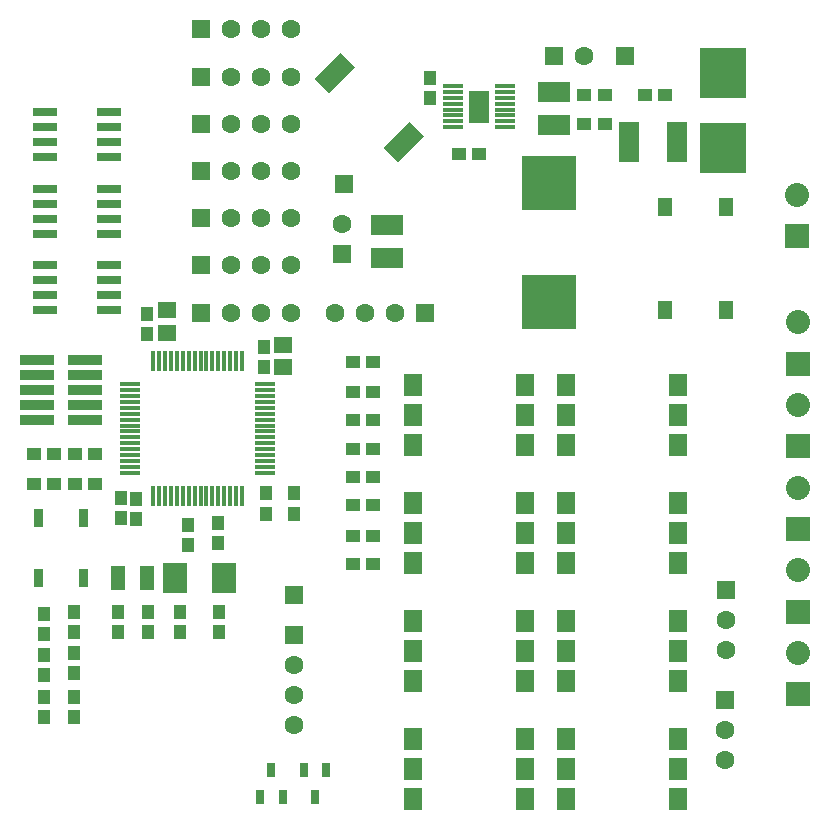
<source format=gts>
G04 DipTrace 2.4.0.2*
%INTopMask.GTS*%
%MOMM*%
%ADD30R,2.032X2.032*%
%ADD32C,2.032*%
%ADD55R,1.202X2.002*%
%ADD57R,2.002X2.502*%
%ADD59R,2.102X0.702*%
%ADD61R,0.402X1.702*%
%ADD63R,1.702X2.802*%
%ADD65R,1.702X0.402*%
%ADD67R,1.602X1.882*%
%ADD69R,1.702X3.502*%
%ADD71R,1.202X1.102*%
%ADD73R,0.752X1.152*%
%ADD75R,2.892X0.842*%
%ADD77C,1.602*%
%ADD81R,1.602X1.602*%
%ADD89R,3.912X4.342*%
%ADD91R,1.602X1.402*%
%ADD93R,1.102X1.202*%
%ADD95R,2.802X1.702*%
%ADD97R,4.602X4.602*%
%ADD99R,1.302X1.622*%
%FSLAX53Y53*%
G04*
G71*
G90*
G75*
G01*
%LNTopMask*%
%LPD*%
D99*
X60750Y52450D3*
X55550D3*
Y43710D3*
X60750D3*
D97*
X45750Y44450D3*
Y54450D3*
D95*
X46200Y62200D3*
Y59400D3*
D93*
X35700Y63400D3*
Y61700D3*
D95*
X32000Y50950D3*
Y48150D3*
D93*
X14518Y16468D3*
Y18168D3*
X17768Y16468D3*
Y18168D3*
X9268Y16468D3*
Y18168D3*
X11768Y16468D3*
Y18168D3*
X9500Y27786D3*
Y26086D3*
X10793Y27767D3*
Y26067D3*
X17720Y24029D3*
Y25729D3*
X21800Y28200D3*
Y26500D3*
D91*
X23200Y38900D3*
Y40800D3*
D93*
X21600Y38900D3*
Y40600D3*
X11700Y41700D3*
Y43400D3*
D91*
X13400Y41800D3*
Y43700D3*
D93*
X3000Y18000D3*
Y16300D3*
Y14500D3*
Y12800D3*
Y10950D3*
Y9250D3*
D89*
X60500Y57450D3*
Y63830D3*
D30*
X66750Y50000D3*
D32*
Y53500D3*
D81*
X46200Y65200D3*
D77*
X48740D3*
D81*
X28250Y48450D3*
D77*
Y50990D3*
D75*
X2386Y39534D3*
Y38264D3*
Y36994D3*
Y35724D3*
Y34454D3*
X6456D3*
Y35724D3*
Y36994D3*
Y38264D3*
Y39534D3*
D81*
X24200Y16200D3*
D77*
Y13660D3*
Y11120D3*
Y8580D3*
D81*
X35250Y43500D3*
D77*
X32710D3*
X30170D3*
X27630D3*
D30*
X66800Y39200D3*
D32*
Y42700D3*
D30*
Y32200D3*
D32*
Y35700D3*
D30*
Y25200D3*
D32*
Y28700D3*
D30*
Y18200D3*
D32*
Y21700D3*
D30*
Y11200D3*
D32*
Y14700D3*
D81*
X60750Y20000D3*
D77*
Y17460D3*
Y14920D3*
D81*
X60689Y10749D3*
D77*
Y8209D3*
Y5669D3*
D81*
X16250Y67500D3*
D77*
X18790D3*
X21330D3*
X23870D3*
D81*
X16250Y63500D3*
D77*
X18790D3*
X21330D3*
X23870D3*
D81*
X16250Y59500D3*
D77*
X18790D3*
X21330D3*
X23870D3*
D81*
X16250Y55500D3*
D77*
X18790D3*
X21330D3*
X23870D3*
D81*
X16250Y51500D3*
D77*
X18790D3*
X21330D3*
X23870D3*
D81*
X16250Y47500D3*
D77*
X18790D3*
X21330D3*
X23870D3*
D81*
X16250Y43500D3*
D77*
X18790D3*
X21330D3*
X23870D3*
G36*
X25884Y63323D2*
X28077Y65516D1*
X29316Y64277D1*
X27123Y62084D1*
X25884Y63323D1*
G37*
G36*
X31717Y57489D2*
X33911Y59683D1*
X35150Y58444D1*
X32956Y56250D1*
X31717Y57489D1*
G37*
D73*
X26900Y4800D3*
X25000D3*
X25950Y2500D3*
X21300D3*
X23200D3*
X22250Y4800D3*
D71*
X55550Y61950D3*
X53850D3*
X50450D3*
X48750D3*
Y59450D3*
X50450D3*
X39802Y56926D3*
X38102D3*
D93*
X15220Y25529D3*
Y23829D3*
D71*
X2150Y31500D3*
X3850D3*
X2150Y29000D3*
X3850D3*
X7350Y31500D3*
X5650D3*
X7350Y29000D3*
X5650D3*
D93*
X24200Y26500D3*
Y28200D3*
D71*
X30850Y39300D3*
X29150D3*
X30850Y36800D3*
X29150D3*
X30850Y34400D3*
X29150D3*
X30850Y32000D3*
X29150D3*
X30850Y29600D3*
X29150D3*
X30850Y27200D3*
X29150D3*
X30850Y24600D3*
X29150D3*
X30850Y22200D3*
X29150D3*
D93*
X5500Y16500D3*
Y18200D3*
Y13000D3*
Y14700D3*
Y9300D3*
Y11000D3*
D69*
X52500Y57950D3*
X56600D3*
D67*
X47200Y37400D3*
Y34860D3*
Y32320D3*
X56700D3*
Y34860D3*
Y37400D3*
X47200Y27400D3*
Y24860D3*
Y22320D3*
X56700D3*
Y24860D3*
Y27400D3*
X47200Y17400D3*
Y14860D3*
Y12320D3*
X56700D3*
Y14860D3*
Y17400D3*
X47200Y7400D3*
Y4860D3*
Y2320D3*
X56700D3*
Y4860D3*
Y7400D3*
X34200Y37400D3*
Y34860D3*
Y32320D3*
X43700D3*
Y34860D3*
Y37400D3*
X34200Y27400D3*
Y24860D3*
Y22320D3*
X43700D3*
Y24860D3*
Y27400D3*
X34200Y17400D3*
Y14860D3*
Y12320D3*
X43700D3*
Y14860D3*
Y17400D3*
X34200Y7400D3*
Y4860D3*
Y2320D3*
X43700D3*
Y4860D3*
Y7400D3*
G36*
X2881Y20238D2*
X2119D1*
Y21762D1*
X2881D1*
Y20238D1*
G37*
G36*
Y25318D2*
X2119D1*
Y26842D1*
X2881D1*
Y25318D1*
G37*
G36*
X6691Y20238D2*
X5929D1*
Y21762D1*
X6691D1*
Y20238D1*
G37*
G36*
Y25318D2*
X5929D1*
Y26842D1*
X6691D1*
Y25318D1*
G37*
D81*
X28400Y54400D3*
X24200Y19600D3*
X52200Y65200D3*
D65*
X42000Y59200D3*
Y59700D3*
Y60200D3*
Y60700D3*
Y61200D3*
Y61700D3*
Y62200D3*
Y62700D3*
X37600D3*
Y62200D3*
Y61700D3*
Y61200D3*
Y60700D3*
Y60200D3*
Y59700D3*
Y59200D3*
D63*
X39800Y60950D3*
D61*
X12250Y28000D3*
X12750D3*
X13250D3*
X13750D3*
X14250D3*
X14750D3*
X15250D3*
X15750D3*
X16250D3*
X16750D3*
X17250D3*
X17750D3*
X18250D3*
X18750D3*
X19250D3*
X19750D3*
D65*
X21700Y29950D3*
Y30450D3*
Y30950D3*
Y31450D3*
Y31950D3*
Y32450D3*
Y32950D3*
Y33450D3*
Y33950D3*
Y34450D3*
Y34950D3*
Y35450D3*
Y35950D3*
Y36450D3*
Y36950D3*
Y37450D3*
D61*
X19750Y39400D3*
X19250D3*
X18750D3*
X18250D3*
X17750D3*
X17250D3*
X16750D3*
X16250D3*
X15750D3*
X15250D3*
X14750D3*
X14250D3*
X13750D3*
X13250D3*
X12750D3*
X12250D3*
D65*
X10300Y37450D3*
Y36950D3*
Y36450D3*
Y35950D3*
Y35450D3*
Y34950D3*
Y34450D3*
Y33950D3*
Y33450D3*
Y32950D3*
Y32450D3*
Y31950D3*
Y31450D3*
Y30950D3*
Y30450D3*
Y29950D3*
D59*
X3100Y60500D3*
Y59230D3*
Y57960D3*
Y56690D3*
X8500D3*
Y57960D3*
Y59230D3*
Y60500D3*
X3100Y54000D3*
Y52730D3*
Y51460D3*
Y50190D3*
X8500D3*
Y51460D3*
Y52730D3*
Y54000D3*
X3100Y47500D3*
Y46230D3*
Y44960D3*
Y43690D3*
X8500D3*
Y44960D3*
Y46230D3*
Y47500D3*
D57*
X18220Y21029D3*
X14120D3*
D55*
X11720D3*
X9220D3*
M02*

</source>
